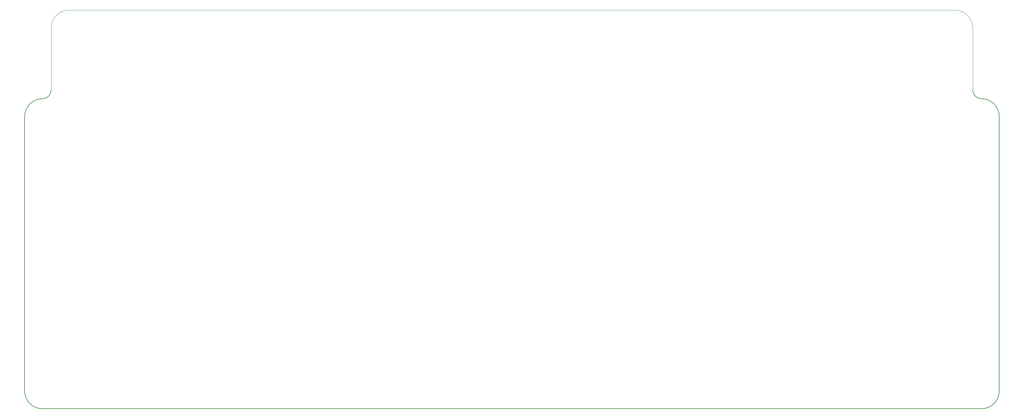
<source format=gm1>
%TF.GenerationSoftware,KiCad,Pcbnew,(6.0.0-0)*%
%TF.CreationDate,2022-04-10T14:45:36+02:00*%
%TF.ProjectId,litl_base_plate,6c69746c-5f62-4617-9365-5f706c617465,rev?*%
%TF.SameCoordinates,Original*%
%TF.FileFunction,Profile,NP*%
%FSLAX46Y46*%
G04 Gerber Fmt 4.6, Leading zero omitted, Abs format (unit mm)*
G04 Created by KiCad (PCBNEW (6.0.0-0)) date 2022-04-10 14:45:36*
%MOMM*%
%LPD*%
G01*
G04 APERTURE LIST*
%TA.AperFunction,Profile*%
%ADD10C,0.150000*%
%TD*%
%TA.AperFunction,Profile*%
%ADD11C,0.100000*%
%TD*%
G04 APERTURE END LIST*
D10*
X23875000Y-124150000D02*
X276950000Y-124150000D01*
D11*
X274562500Y-21487500D02*
G75*
G03*
X269787500Y-16712500I-4775000J0D01*
G01*
D10*
X19100000Y-119375000D02*
G75*
G03*
X23875000Y-124150000I4775000J0D01*
G01*
X19100000Y-119375000D02*
X19100000Y-45362500D01*
D11*
X274562500Y-21487500D02*
X274562500Y-38200000D01*
D10*
X281725000Y-45362500D02*
G75*
G03*
X276950000Y-40587500I-4775000J0D01*
G01*
X23875000Y-40587500D02*
G75*
G03*
X19100000Y-45362500I0J-4775000D01*
G01*
X23875000Y-40587500D02*
G75*
G03*
X26262500Y-38200000I-2J2387502D01*
G01*
X281725000Y-119375000D02*
X281725000Y-45362500D01*
D11*
X26262500Y-23875000D02*
X26262500Y-21487500D01*
X31037500Y-16712500D02*
G75*
G03*
X26262500Y-21487500I0J-4775000D01*
G01*
D10*
X274562500Y-38200000D02*
G75*
G03*
X276950000Y-40587500I2387502J2D01*
G01*
D11*
X269787500Y-16712500D02*
X31037500Y-16712500D01*
X26262500Y-23875000D02*
X26262500Y-38200000D01*
D10*
X276950000Y-124150000D02*
G75*
G03*
X281725000Y-119375000I0J4775000D01*
G01*
M02*

</source>
